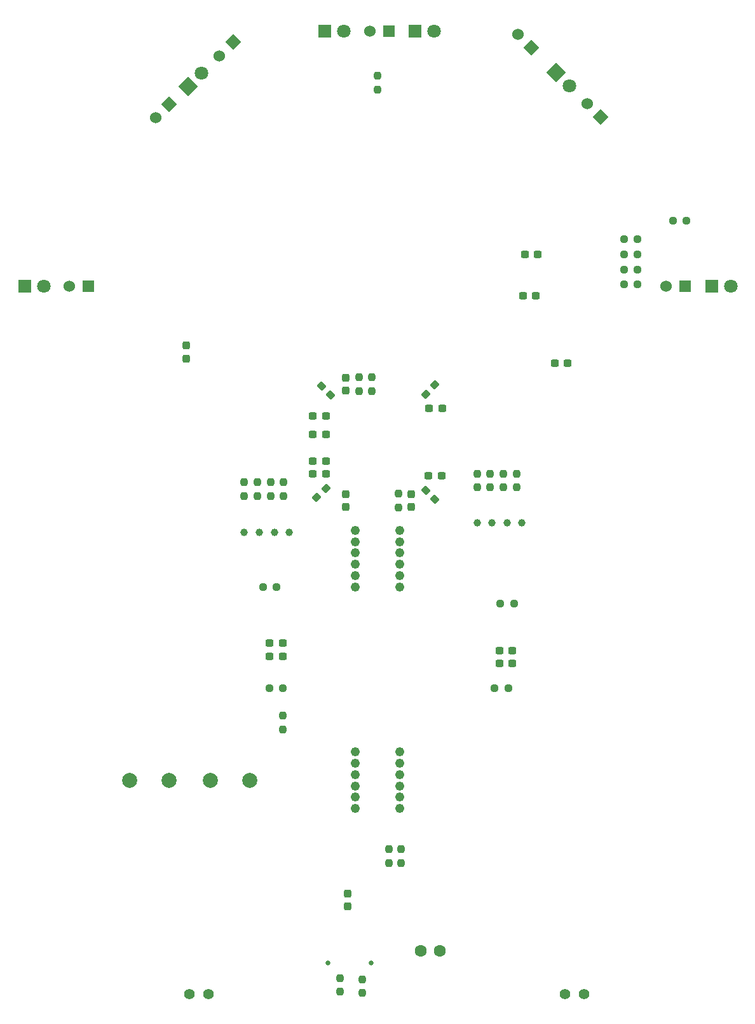
<source format=gbr>
%TF.GenerationSoftware,KiCad,Pcbnew,7.0.8-1.fc38*%
%TF.CreationDate,2023-12-06T13:29:32+01:00*%
%TF.ProjectId,frat,66726174-2e6b-4696-9361-645f70636258,rev?*%
%TF.SameCoordinates,Original*%
%TF.FileFunction,Soldermask,Bot*%
%TF.FilePolarity,Negative*%
%FSLAX46Y46*%
G04 Gerber Fmt 4.6, Leading zero omitted, Abs format (unit mm)*
G04 Created by KiCad (PCBNEW 7.0.8-1.fc38) date 2023-12-06 13:29:32*
%MOMM*%
%LPD*%
G01*
G04 APERTURE LIST*
G04 Aperture macros list*
%AMRoundRect*
0 Rectangle with rounded corners*
0 $1 Rounding radius*
0 $2 $3 $4 $5 $6 $7 $8 $9 X,Y pos of 4 corners*
0 Add a 4 corners polygon primitive as box body*
4,1,4,$2,$3,$4,$5,$6,$7,$8,$9,$2,$3,0*
0 Add four circle primitives for the rounded corners*
1,1,$1+$1,$2,$3*
1,1,$1+$1,$4,$5*
1,1,$1+$1,$6,$7*
1,1,$1+$1,$8,$9*
0 Add four rect primitives between the rounded corners*
20,1,$1+$1,$2,$3,$4,$5,0*
20,1,$1+$1,$4,$5,$6,$7,0*
20,1,$1+$1,$6,$7,$8,$9,0*
20,1,$1+$1,$8,$9,$2,$3,0*%
%AMRotRect*
0 Rectangle, with rotation*
0 The origin of the aperture is its center*
0 $1 length*
0 $2 width*
0 $3 Rotation angle, in degrees counterclockwise*
0 Add horizontal line*
21,1,$1,$2,0,0,$3*%
G04 Aperture macros list end*
%ADD10RoundRect,0.237500X-0.250000X-0.237500X0.250000X-0.237500X0.250000X0.237500X-0.250000X0.237500X0*%
%ADD11C,1.000000*%
%ADD12RoundRect,0.237500X-0.237500X0.250000X-0.237500X-0.250000X0.237500X-0.250000X0.237500X0.250000X0*%
%ADD13RoundRect,0.237500X0.300000X0.237500X-0.300000X0.237500X-0.300000X-0.237500X0.300000X-0.237500X0*%
%ADD14C,2.000000*%
%ADD15C,1.400000*%
%ADD16C,1.244600*%
%ADD17RotRect,1.524000X1.524000X225.000000*%
%ADD18C,1.524000*%
%ADD19R,1.800000X1.800000*%
%ADD20C,1.800000*%
%ADD21R,1.524000X1.524000*%
%ADD22RotRect,1.800000X1.800000X315.000000*%
%ADD23C,0.650000*%
%ADD24RotRect,1.800000X1.800000X45.000000*%
%ADD25RotRect,1.524000X1.524000X135.000000*%
%ADD26C,1.600200*%
%ADD27RoundRect,0.237500X-0.300000X-0.237500X0.300000X-0.237500X0.300000X0.237500X-0.300000X0.237500X0*%
%ADD28RoundRect,0.237500X-0.044194X-0.380070X0.380070X0.044194X0.044194X0.380070X-0.380070X-0.044194X0*%
%ADD29RoundRect,0.237500X-0.380070X0.044194X0.044194X-0.380070X0.380070X-0.044194X-0.044194X0.380070X0*%
%ADD30RoundRect,0.237500X-0.237500X0.300000X-0.237500X-0.300000X0.237500X-0.300000X0.237500X0.300000X0*%
%ADD31RoundRect,0.237500X0.237500X-0.250000X0.237500X0.250000X-0.237500X0.250000X-0.237500X-0.250000X0*%
%ADD32RoundRect,0.237500X0.237500X-0.300000X0.237500X0.300000X-0.237500X0.300000X-0.237500X-0.300000X0*%
%ADD33RoundRect,0.237500X0.380070X-0.044194X-0.044194X0.380070X-0.380070X0.044194X0.044194X-0.380070X0*%
%ADD34RoundRect,0.237500X0.250000X0.237500X-0.250000X0.237500X-0.250000X-0.237500X0.250000X-0.237500X0*%
G04 APERTURE END LIST*
D10*
%TO.C,R60*%
X155587500Y-197500000D03*
X157412500Y-197500000D03*
%TD*%
%TO.C,R63*%
X124750000Y-184000000D03*
X126575000Y-184000000D03*
%TD*%
%TO.C,R62*%
X156337500Y-186250000D03*
X158162500Y-186250000D03*
%TD*%
%TO.C,R61*%
X125562500Y-197500000D03*
X127387500Y-197500000D03*
%TD*%
D11*
%TO.C,TP22*%
X157250000Y-175500000D03*
%TD*%
%TO.C,TP21*%
X159250000Y-175500000D03*
%TD*%
%TO.C,TP20*%
X128250000Y-176750000D03*
%TD*%
%TO.C,TP19*%
X126250000Y-176750000D03*
%TD*%
%TO.C,TP11*%
X122250000Y-176750000D03*
%TD*%
%TO.C,TP10*%
X124250000Y-176750000D03*
%TD*%
%TO.C,TP9*%
X153250000Y-175500000D03*
%TD*%
%TO.C,TP8*%
X155250000Y-175500000D03*
%TD*%
D12*
%TO.C,R59*%
X156750000Y-168925000D03*
X156750000Y-170750000D03*
%TD*%
%TO.C,R58*%
X158500000Y-168925000D03*
X158500000Y-170750000D03*
%TD*%
%TO.C,R57*%
X127500000Y-170087500D03*
X127500000Y-171912500D03*
%TD*%
%TO.C,R56*%
X125750000Y-170087500D03*
X125750000Y-171912500D03*
%TD*%
%TO.C,R27*%
X153250000Y-168925000D03*
X153250000Y-170750000D03*
%TD*%
%TO.C,R26*%
X155000000Y-168925000D03*
X155000000Y-170750000D03*
%TD*%
%TO.C,R21*%
X122250000Y-170087500D03*
X122250000Y-171912500D03*
%TD*%
%TO.C,R18*%
X124000000Y-170087500D03*
X124000000Y-171912500D03*
%TD*%
%TO.C,R55*%
X138000000Y-236250000D03*
X138000000Y-238075000D03*
%TD*%
%TO.C,R54*%
X135000000Y-236087500D03*
X135000000Y-237912500D03*
%TD*%
D13*
%TO.C,C53*%
X161112500Y-145250000D03*
X159387500Y-145250000D03*
%TD*%
%TO.C,C52*%
X161362500Y-139750000D03*
X159637500Y-139750000D03*
%TD*%
D14*
%TO.C,TP7*%
X107000000Y-209750000D03*
%TD*%
%TO.C,TP6*%
X112250000Y-209750000D03*
%TD*%
%TO.C,TP5*%
X117750000Y-209750000D03*
%TD*%
%TO.C,TP4*%
X123000000Y-209750000D03*
%TD*%
D15*
%TO.C,TP3*%
X164960000Y-238250000D03*
X167500000Y-238250000D03*
%TD*%
D16*
%TO.C,J7*%
X137000000Y-213500000D03*
X137000000Y-212000000D03*
X137000000Y-210500001D03*
X137000000Y-208999999D03*
X137000000Y-207499999D03*
X137000000Y-206000000D03*
%TD*%
D17*
%TO.C,D14*%
X112250000Y-119750000D03*
D18*
X110453949Y-121546051D03*
%TD*%
D19*
%TO.C,D6*%
X184500000Y-144000000D03*
D20*
X187040000Y-144000000D03*
%TD*%
D16*
%TO.C,J4*%
X143000000Y-176499999D03*
X143000000Y-177999999D03*
X143000000Y-179499998D03*
X143000000Y-181000000D03*
X143000000Y-182500000D03*
X143000000Y-183999999D03*
%TD*%
D19*
%TO.C,D4*%
X93000000Y-144000000D03*
D20*
X95540000Y-144000000D03*
%TD*%
D21*
%TO.C,D16*%
X141500000Y-110000000D03*
D18*
X138960000Y-110000000D03*
%TD*%
D22*
%TO.C,D7*%
X163803949Y-115500000D03*
D20*
X165600000Y-117296051D03*
%TD*%
D23*
%TO.C,J2*%
X133360000Y-234075000D03*
X139140000Y-234075000D03*
%TD*%
D15*
%TO.C,TP2*%
X117500000Y-238250000D03*
X114960000Y-238250000D03*
%TD*%
D19*
%TO.C,D8*%
X133000000Y-110000000D03*
D20*
X135540000Y-110000000D03*
%TD*%
D21*
%TO.C,D13*%
X101500000Y-144000000D03*
D18*
X98960000Y-144000000D03*
%TD*%
D24*
%TO.C,D5*%
X114750000Y-117401562D03*
D20*
X116546051Y-115605511D03*
%TD*%
D25*
%TO.C,D10*%
X160500000Y-112250000D03*
D18*
X158703949Y-110453949D03*
%TD*%
D25*
%TO.C,D11*%
X169750000Y-121500000D03*
D18*
X167953949Y-119703949D03*
%TD*%
D16*
%TO.C,J6*%
X137000000Y-184000001D03*
X137000000Y-182500001D03*
X137000000Y-181000002D03*
X137000000Y-179500000D03*
X137000000Y-178000000D03*
X137000000Y-176500001D03*
%TD*%
D21*
%TO.C,D12*%
X181000000Y-144000000D03*
D18*
X178460000Y-144000000D03*
%TD*%
D26*
%TO.C,J3*%
X145752899Y-232500000D03*
X148252899Y-232500000D03*
%TD*%
D17*
%TO.C,D15*%
X120750000Y-111500000D03*
D18*
X118953949Y-113296051D03*
%TD*%
D16*
%TO.C,J5*%
X143000000Y-206000001D03*
X143000000Y-207500001D03*
X143000000Y-209000000D03*
X143000000Y-210500002D03*
X143000000Y-212000002D03*
X143000000Y-213500001D03*
%TD*%
D19*
%TO.C,D9*%
X145000000Y-110000000D03*
D20*
X147540000Y-110000000D03*
%TD*%
D27*
%TO.C,C15*%
X156237500Y-192500000D03*
X157962500Y-192500000D03*
%TD*%
D28*
%TO.C,C38*%
X146390120Y-158359880D03*
X147609880Y-157140120D03*
%TD*%
D13*
%TO.C,C34*%
X133112500Y-163750000D03*
X131387500Y-163750000D03*
%TD*%
%TO.C,C36*%
X133112500Y-167250000D03*
X131387500Y-167250000D03*
%TD*%
D29*
%TO.C,C37*%
X146390120Y-171140120D03*
X147609880Y-172359880D03*
%TD*%
D13*
%TO.C,C29*%
X133112500Y-161250000D03*
X131387500Y-161250000D03*
%TD*%
D30*
%TO.C,C33*%
X135750000Y-156137500D03*
X135750000Y-157862500D03*
%TD*%
D12*
%TO.C,R14*%
X141478000Y-218924500D03*
X141478000Y-220749500D03*
%TD*%
D10*
%TO.C,R23*%
X172837500Y-143750000D03*
X174662500Y-143750000D03*
%TD*%
D31*
%TO.C,R44*%
X139250000Y-157912500D03*
X139250000Y-156087500D03*
%TD*%
D13*
%TO.C,C28*%
X148612500Y-160250000D03*
X146887500Y-160250000D03*
%TD*%
D10*
%TO.C,R20*%
X172837500Y-139750000D03*
X174662500Y-139750000D03*
%TD*%
D30*
%TO.C,C32*%
X135750000Y-171637500D03*
X135750000Y-173362500D03*
%TD*%
D13*
%TO.C,C35*%
X133112500Y-169000000D03*
X131387500Y-169000000D03*
%TD*%
D12*
%TO.C,R28*%
X142800000Y-171587500D03*
X142800000Y-173412500D03*
%TD*%
D32*
%TO.C,C18*%
X136017000Y-226541500D03*
X136017000Y-224816500D03*
%TD*%
D12*
%TO.C,R15*%
X143129000Y-218924500D03*
X143129000Y-220749500D03*
%TD*%
D30*
%TO.C,C3*%
X114500000Y-151887500D03*
X114500000Y-153612500D03*
%TD*%
D28*
%TO.C,C40*%
X131890120Y-172109880D03*
X133109880Y-170890120D03*
%TD*%
D13*
%TO.C,C30*%
X148525000Y-169200000D03*
X146800000Y-169200000D03*
%TD*%
D30*
%TO.C,C31*%
X144500000Y-171637500D03*
X144500000Y-173362500D03*
%TD*%
D13*
%TO.C,C16*%
X127362500Y-191500000D03*
X125637500Y-191500000D03*
%TD*%
D27*
%TO.C,C1*%
X163617500Y-154250000D03*
X165342500Y-154250000D03*
%TD*%
D10*
%TO.C,R22*%
X172837500Y-141750000D03*
X174662500Y-141750000D03*
%TD*%
D12*
%TO.C,R51*%
X127381000Y-201144500D03*
X127381000Y-202969500D03*
%TD*%
D27*
%TO.C,C14*%
X156237500Y-194200000D03*
X157962500Y-194200000D03*
%TD*%
D12*
%TO.C,R42*%
X140000000Y-116000000D03*
X140000000Y-117825000D03*
%TD*%
%TO.C,R43*%
X137500000Y-156087500D03*
X137500000Y-157912500D03*
%TD*%
D33*
%TO.C,C39*%
X133750000Y-158500000D03*
X132530240Y-157280240D03*
%TD*%
D13*
%TO.C,C17*%
X127362500Y-193250000D03*
X125637500Y-193250000D03*
%TD*%
D10*
%TO.C,R19*%
X172837500Y-137750000D03*
X174662500Y-137750000D03*
%TD*%
D34*
%TO.C,R32*%
X181162500Y-135250000D03*
X179337500Y-135250000D03*
%TD*%
M02*

</source>
